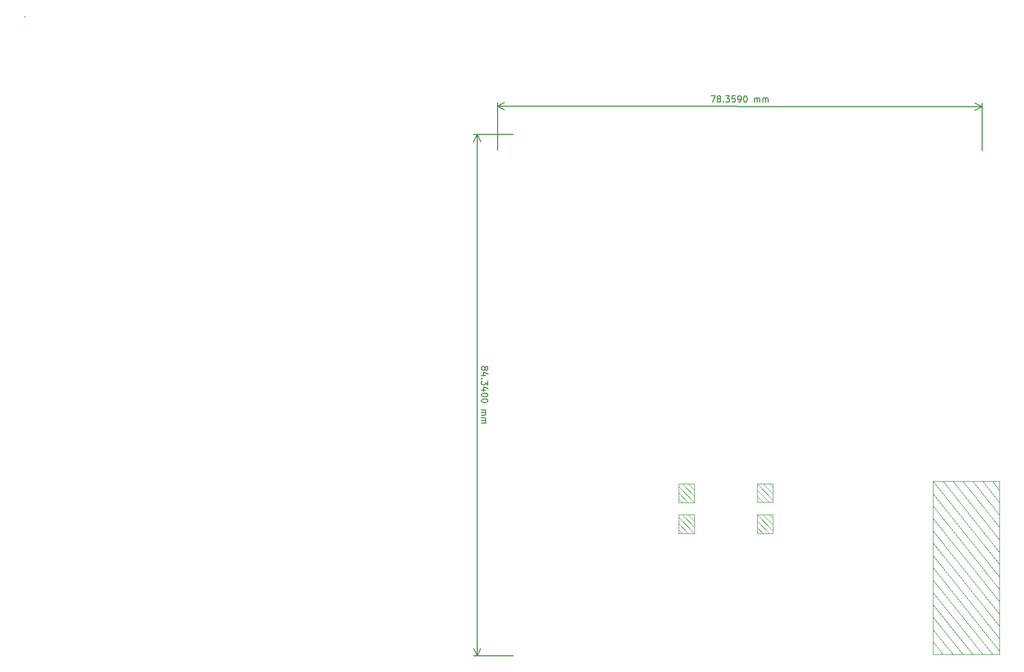
<source format=gbr>
G04 #@! TF.GenerationSoftware,KiCad,Pcbnew,(6.0.4)*
G04 #@! TF.CreationDate,2022-03-31T22:15:08+02:00*
G04 #@! TF.ProjectId,hamodule,68616d6f-6475-46c6-952e-6b696361645f,rev?*
G04 #@! TF.SameCoordinates,Original*
G04 #@! TF.FileFunction,OtherDrawing,Comment*
%FSLAX46Y46*%
G04 Gerber Fmt 4.6, Leading zero omitted, Abs format (unit mm)*
G04 Created by KiCad (PCBNEW (6.0.4)) date 2022-03-31 22:15:08*
%MOMM*%
%LPD*%
G01*
G04 APERTURE LIST*
%ADD10C,0.150000*%
%ADD11C,0.050000*%
%ADD12C,0.100000*%
G04 APERTURE END LIST*
D10*
X48663860Y-48254920D02*
X48656240Y-48262540D01*
X159674189Y-61114887D02*
X160340855Y-61115103D01*
X159911960Y-62114964D01*
X160864526Y-61543844D02*
X160769303Y-61496194D01*
X160721700Y-61448560D01*
X160674111Y-61353306D01*
X160674127Y-61305687D01*
X160721777Y-61210464D01*
X160769411Y-61162861D01*
X160864665Y-61115273D01*
X161055141Y-61115334D01*
X161150364Y-61162984D01*
X161197967Y-61210619D01*
X161245555Y-61305872D01*
X161245540Y-61353491D01*
X161197890Y-61448714D01*
X161150256Y-61496318D01*
X161055002Y-61543906D01*
X160864526Y-61543844D01*
X160769272Y-61591432D01*
X160721638Y-61639036D01*
X160673988Y-61734259D01*
X160673926Y-61924735D01*
X160721514Y-62019988D01*
X160769118Y-62067623D01*
X160864341Y-62115273D01*
X161054817Y-62115334D01*
X161150070Y-62067746D01*
X161197705Y-62020143D01*
X161245355Y-61924920D01*
X161245416Y-61734444D01*
X161197828Y-61639190D01*
X161150225Y-61591556D01*
X161055002Y-61543906D01*
X161673895Y-62020297D02*
X161721499Y-62067931D01*
X161673864Y-62115535D01*
X161626261Y-62067901D01*
X161673895Y-62020297D01*
X161673864Y-62115535D01*
X162055141Y-61115659D02*
X162674188Y-61115859D01*
X162340732Y-61496704D01*
X162483589Y-61496750D01*
X162578811Y-61544400D01*
X162626415Y-61592034D01*
X162674003Y-61687288D01*
X162673926Y-61925383D01*
X162626276Y-62020606D01*
X162578642Y-62068209D01*
X162483388Y-62115797D01*
X162197674Y-62115705D01*
X162102451Y-62068055D01*
X162054848Y-62020420D01*
X163578950Y-61116153D02*
X163102760Y-61115998D01*
X163054986Y-61592173D01*
X163102621Y-61544570D01*
X163197874Y-61496981D01*
X163435970Y-61497059D01*
X163531192Y-61544708D01*
X163578796Y-61592343D01*
X163626384Y-61687596D01*
X163626307Y-61925692D01*
X163578657Y-62020914D01*
X163531023Y-62068518D01*
X163435769Y-62116106D01*
X163197674Y-62116029D01*
X163102451Y-62068379D01*
X163054848Y-62020745D01*
X164102436Y-62116322D02*
X164292912Y-62116384D01*
X164388165Y-62068796D01*
X164435800Y-62021192D01*
X164531084Y-61878366D01*
X164578765Y-61687905D01*
X164578888Y-61306953D01*
X164531300Y-61211699D01*
X164483697Y-61164065D01*
X164388474Y-61116415D01*
X164197998Y-61116353D01*
X164102744Y-61163941D01*
X164055110Y-61211545D01*
X164007460Y-61306768D01*
X164007383Y-61544863D01*
X164054971Y-61640116D01*
X164102575Y-61687751D01*
X164197797Y-61735401D01*
X164388273Y-61735463D01*
X164483527Y-61687874D01*
X164531161Y-61640271D01*
X164578811Y-61545048D01*
X165197998Y-61116677D02*
X165293236Y-61116708D01*
X165388459Y-61164358D01*
X165436062Y-61211993D01*
X165483650Y-61307246D01*
X165531208Y-61497738D01*
X165531130Y-61735833D01*
X165483450Y-61926294D01*
X165435800Y-62021516D01*
X165388165Y-62069120D01*
X165292912Y-62116708D01*
X165197674Y-62116677D01*
X165102451Y-62069027D01*
X165054847Y-62021393D01*
X165007259Y-61926139D01*
X164959702Y-61735648D01*
X164959779Y-61497553D01*
X165007460Y-61307092D01*
X165055110Y-61211869D01*
X165102744Y-61164265D01*
X165197998Y-61116677D01*
X166721483Y-62117171D02*
X166721699Y-61450505D01*
X166721668Y-61545743D02*
X166769303Y-61498139D01*
X166864556Y-61450551D01*
X167007413Y-61450597D01*
X167102636Y-61498247D01*
X167150224Y-61593501D01*
X167150055Y-62117310D01*
X167150224Y-61593501D02*
X167197874Y-61498278D01*
X167293128Y-61450690D01*
X167435985Y-61450736D01*
X167531208Y-61498386D01*
X167578796Y-61593640D01*
X167578626Y-62117449D01*
X168054816Y-62117603D02*
X168055032Y-61450937D01*
X168055002Y-61546175D02*
X168102636Y-61498571D01*
X168197890Y-61450983D01*
X168340747Y-61451029D01*
X168435969Y-61498679D01*
X168483558Y-61593933D01*
X168483388Y-62117742D01*
X168483558Y-61593933D02*
X168531207Y-61498710D01*
X168626461Y-61451122D01*
X168769318Y-61451168D01*
X168864541Y-61498818D01*
X168912129Y-61594072D01*
X168911959Y-62117881D01*
X125158500Y-69913500D02*
X125160995Y-62214899D01*
X203517500Y-69938900D02*
X203519995Y-62240299D01*
X125160805Y-62801319D02*
X203519805Y-62826719D01*
X125160805Y-62801319D02*
X203519805Y-62826719D01*
X125160805Y-62801319D02*
X126287119Y-63388105D01*
X125160805Y-62801319D02*
X126287499Y-62215263D01*
X203519805Y-62826719D02*
X202393491Y-62239933D01*
X203519805Y-62826719D02*
X202393111Y-63412775D01*
X123122626Y-105115363D02*
X123170236Y-105020120D01*
X123217851Y-104972497D01*
X123313084Y-104924869D01*
X123360703Y-104924864D01*
X123455946Y-104972474D01*
X123503569Y-105020089D01*
X123551197Y-105115322D01*
X123551216Y-105305798D01*
X123503606Y-105401041D01*
X123455991Y-105448665D01*
X123360757Y-105496293D01*
X123313138Y-105496297D01*
X123217896Y-105448687D01*
X123170272Y-105401073D01*
X123122644Y-105305839D01*
X123122626Y-105115363D01*
X123074998Y-105020129D01*
X123027374Y-104972515D01*
X122932132Y-104924905D01*
X122741656Y-104924923D01*
X122646422Y-104972551D01*
X122598807Y-105020174D01*
X122551197Y-105115417D01*
X122551216Y-105305893D01*
X122598844Y-105401127D01*
X122646467Y-105448741D01*
X122741710Y-105496351D01*
X122932186Y-105496333D01*
X123027420Y-105448705D01*
X123075034Y-105401082D01*
X123122644Y-105305839D01*
X123217982Y-106353449D02*
X122551315Y-106353512D01*
X123598911Y-106115318D02*
X122884603Y-105877290D01*
X122884662Y-106496338D01*
X122646603Y-106877313D02*
X122598988Y-106924936D01*
X122551365Y-106877322D01*
X122598979Y-106829698D01*
X122646603Y-106877313D01*
X122551365Y-106877322D01*
X123551401Y-107258179D02*
X123551459Y-107877227D01*
X123170475Y-107543930D01*
X123170489Y-107686787D01*
X123122879Y-107782029D01*
X123075264Y-107829653D01*
X122980031Y-107877281D01*
X122741936Y-107877304D01*
X122646693Y-107829694D01*
X122599069Y-107782079D01*
X122551441Y-107686846D01*
X122551414Y-107401131D01*
X122599024Y-107305889D01*
X122646639Y-107258265D01*
X123218207Y-108734401D02*
X122551541Y-108734465D01*
X123599137Y-108496270D02*
X122884829Y-108258243D01*
X122884888Y-108877290D01*
X123551609Y-109448655D02*
X123551618Y-109543894D01*
X123504008Y-109639136D01*
X123456393Y-109686760D01*
X123361159Y-109734388D01*
X123170688Y-109782025D01*
X122932593Y-109782048D01*
X122742112Y-109734447D01*
X122646869Y-109686837D01*
X122599246Y-109639222D01*
X122551618Y-109543988D01*
X122551609Y-109448750D01*
X122599219Y-109353508D01*
X122646833Y-109305884D01*
X122742067Y-109258256D01*
X122932538Y-109210619D01*
X123170634Y-109210596D01*
X123361114Y-109258197D01*
X123456357Y-109305807D01*
X123503980Y-109353422D01*
X123551609Y-109448655D01*
X123551699Y-110401036D02*
X123551708Y-110496275D01*
X123504098Y-110591517D01*
X123456483Y-110639141D01*
X123361250Y-110686769D01*
X123170778Y-110734406D01*
X122932683Y-110734428D01*
X122742202Y-110686827D01*
X122646960Y-110639217D01*
X122599336Y-110591603D01*
X122551708Y-110496369D01*
X122551699Y-110401131D01*
X122599309Y-110305889D01*
X122646923Y-110258265D01*
X122742157Y-110210637D01*
X122932629Y-110163000D01*
X123170724Y-110162977D01*
X123361205Y-110210578D01*
X123456447Y-110258188D01*
X123504071Y-110305803D01*
X123551699Y-110401036D01*
X122551843Y-111924941D02*
X123218510Y-111924878D01*
X123123272Y-111924887D02*
X123170896Y-111972501D01*
X123218524Y-112067735D01*
X123218537Y-112210592D01*
X123170927Y-112305834D01*
X123075694Y-112353463D01*
X122551884Y-112353512D01*
X123075694Y-112353463D02*
X123170936Y-112401073D01*
X123218564Y-112496306D01*
X123218578Y-112639163D01*
X123170968Y-112734406D01*
X123075734Y-112782034D01*
X122551925Y-112782084D01*
X122551970Y-113258274D02*
X123218637Y-113258211D01*
X123123398Y-113258220D02*
X123171022Y-113305834D01*
X123218650Y-113401068D01*
X123218664Y-113543925D01*
X123171054Y-113639168D01*
X123075820Y-113686796D01*
X122552011Y-113686846D01*
X123075820Y-113686796D02*
X123171063Y-113734406D01*
X123218691Y-113829639D01*
X123218704Y-113972497D01*
X123171094Y-114067739D01*
X123075861Y-114115367D01*
X122552051Y-114115417D01*
X127706500Y-151713500D02*
X121271579Y-151714110D01*
X127698500Y-67373500D02*
X121263579Y-67374110D01*
X121857999Y-151714055D02*
X121849999Y-67374055D01*
X121857999Y-151714055D02*
X121849999Y-67374055D01*
X121857999Y-151714055D02*
X122444313Y-150587496D01*
X121857999Y-151714055D02*
X121271471Y-150587607D01*
X121849999Y-67374055D02*
X121263685Y-68500614D01*
X121849999Y-67374055D02*
X122436527Y-68500503D01*
D11*
X169716500Y-130503500D02*
X168116500Y-128903500D01*
X169116500Y-123903500D02*
X169716500Y-124503500D01*
X169116500Y-126903500D02*
X167116500Y-124903500D01*
X167116500Y-123903500D02*
X169716500Y-123903500D01*
X167116500Y-128903500D02*
X169716500Y-131503500D01*
X168116500Y-126903500D02*
X167116500Y-125903500D01*
X169716500Y-123903500D02*
X169716500Y-126903500D01*
X167116500Y-131903500D02*
X167116500Y-128903500D01*
X169716500Y-128903500D02*
X169716500Y-131903500D01*
X167116500Y-123903500D02*
X169716500Y-126503500D01*
X169716500Y-125503500D02*
X168116500Y-123903500D01*
X169716500Y-131903500D02*
X167116500Y-131903500D01*
X169116500Y-128903500D02*
X169716500Y-129503500D01*
X168116500Y-131903500D02*
X167116500Y-130903500D01*
X167116500Y-128903500D02*
X169716500Y-128903500D01*
X169116500Y-131903500D02*
X167116500Y-129903500D01*
X169716500Y-126903500D02*
X167116500Y-126903500D01*
X167116500Y-126903500D02*
X167116500Y-123903500D01*
X157006500Y-131933500D02*
X154406500Y-129333500D01*
X154406500Y-125333500D02*
X156006500Y-126933500D01*
X157006500Y-131933500D02*
X154406500Y-131933500D01*
X155006500Y-131933500D02*
X154406500Y-131333500D01*
X155006500Y-126933500D02*
X154406500Y-126333500D01*
X157006500Y-126933500D02*
X154406500Y-126933500D01*
X154406500Y-128933500D02*
X157006500Y-128933500D01*
X156006500Y-123933500D02*
X157006500Y-124933500D01*
X154406500Y-130333500D02*
X156006500Y-131933500D01*
X157006500Y-123933500D02*
X157006500Y-126933500D01*
X154406500Y-126933500D02*
X154406500Y-123933500D01*
X154406500Y-123933500D02*
X157006500Y-123933500D01*
X157006500Y-126933500D02*
X154406500Y-124333500D01*
X156006500Y-128933500D02*
X157006500Y-129933500D01*
X157006500Y-128933500D02*
X157006500Y-131933500D01*
X155006500Y-128933500D02*
X157006500Y-130933500D01*
X154406500Y-131933500D02*
X154406500Y-128933500D01*
X155006500Y-123933500D02*
X157006500Y-125933500D01*
D12*
X202040500Y-151486500D02*
X195580500Y-143486500D01*
X206360500Y-140961500D02*
X195580500Y-127486500D01*
X206360500Y-151486500D02*
X206360500Y-123486500D01*
X203655500Y-151486500D02*
X195580500Y-141486500D01*
X206360500Y-136961500D02*
X195580500Y-123486500D01*
X195580500Y-123486500D02*
X206360500Y-123486500D01*
X198810500Y-151486500D02*
X195580500Y-147486500D01*
X206360500Y-146961500D02*
X195580500Y-133486500D01*
X206360500Y-148961500D02*
X195580500Y-135486500D01*
X206360500Y-126961500D02*
X203655500Y-123486500D01*
X206360500Y-132961500D02*
X198810500Y-123486500D01*
X206360500Y-124961500D02*
X205270500Y-123486500D01*
X195580500Y-151486500D02*
X195580500Y-123486500D01*
X206360500Y-134961500D02*
X197195500Y-123486500D01*
X206360500Y-144961500D02*
X195580500Y-131486500D01*
X197195500Y-151486500D02*
X195580500Y-149486500D01*
X195580500Y-151486500D02*
X206360500Y-151486500D01*
X205270500Y-151486500D02*
X195580500Y-139486500D01*
X195580500Y-129486500D02*
X206360500Y-142961500D01*
X200425500Y-151486500D02*
X195580500Y-145486500D01*
X206360500Y-130961500D02*
X200425500Y-123486500D01*
X206360500Y-128961500D02*
X202040500Y-123486500D01*
X206360500Y-138961500D02*
X195580500Y-125486500D01*
X206360500Y-150961500D02*
X195580500Y-137486500D01*
M02*

</source>
